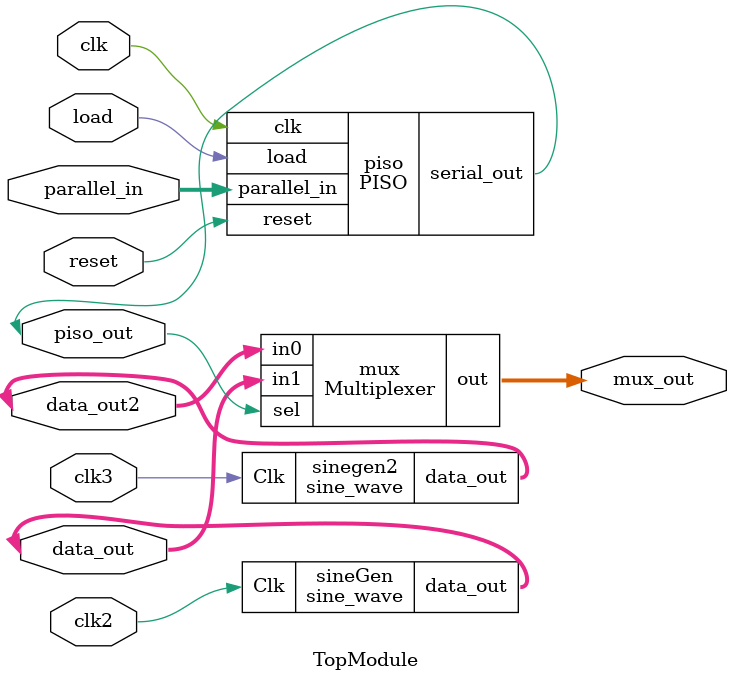
<source format=v>
`timescale 1ns/1ps
module sine_wave(Clk,data_out);
//declare input and output
    input Clk;
    output [7:0] data_out;
//declare the sine ROM - 30 registers each 8 bit wide.  
    reg [7:0] sine [0:29];
//Internal signals  
    integer i;  
    reg [7:0] data_out; 
//Initialize the sine rom with samples. 
    initial begin
        i = 0;
        sine[0] = 0;
        sine[1] = 16;
        sine[2] = 31;
        sine[3] = 45;
        sine[4] = 58;
        sine[5] = 67;
        sine[6] = 74;
        sine[7] = 77;
        sine[8] = 77;
        sine[9] = 74;
        sine[10] = 67;
        sine[11] = 58;
        sine[12] = 45;
        sine[13] = 31;
        sine[14] = 16;
        sine[15] = 0;
        sine[16] = -16;
        sine[17] = -31;
        sine[18] = -45;
        sine[19] = -58;
        sine[20] = -67;
        sine[21] = -74;
        sine[22] = -77;
        sine[23] = -77;
        sine[24] = -74;
        sine[25] = -67;
        sine[26] = -58;
        sine[27] = -45;
        sine[28] = -31;
        sine[29] = -16;
    end
    
    //At every positive edge of the clock, output a sine wave sample.
    always@ (posedge Clk)
    begin
        data_out = sine[i];
        i = i+ 1;
        if(i == 30)
            i = 0;
    end

endmodule

module Multiplexer(
    input [7:0] in0,  // First input (Grounded, 0)
    input [7:0] in1,  // Second input (Sine wave)
    input sel,        // Selection signal (Enable from PISO)
    output reg [7:0] out
);
    always @(*) begin
        if (sel)
            out = in1;  // Select sine wave
        else
            out = in0;  // Select ground (0)
    end
endmodule
module PISO (
    input clk,               // Clock signal
    input reset,             // Reset signal
    input load,              // Load enable
    input [7:0] parallel_in, // 8-bit parallel data input
    output reg serial_out    // Serial data output
);
    reg [7:0] shift_reg; // Internal shift register

    always @(posedge clk or posedge reset) begin
        if (reset) begin
            // Reset the shift register
            shift_reg <= 8'b0;
            serial_out <= 1'b0;
        end else if (load) begin
            // Load parallel data into the shift register
            shift_reg <= parallel_in;
        end else begin
            // Shift data to the right
            serial_out <= shift_reg[0];
            shift_reg <= shift_reg >> 1;
        end
    end
endmodule


// Top Module Connecting All Components
module TopModule(
    input clk,
    input clk2, 
    input clk3,          // Global clock
    input reset,            // Reset signal for PISO
    input [7:0] parallel_in, // Parallel input to PISO
    input load,             // Load enable signal for PISO
    output [7:0] mux_out,
    inout piso_out,
    inout [7:0] data_out,
    inout [7:0] data_out2
);
     // Sine wave output from the sine wave generator
              // Serial output from PISO

    // Instantiate the sine wave generator
    sine_wave sineGen (
        .Clk(clk2),
        .data_out(data_out)
    );
    sine_wave sinegen2 (
        .Clk(clk3),
        .data_out(data_out2));

    // Instantiate the PISO module
    PISO piso (
        .clk(clk),
        .reset(reset),
        .load(load),
        .parallel_in(parallel_in),
        .serial_out(piso_out)
    );

    // Instantiate the multiplexer
    Multiplexer mux (
        .in0(data_out2),         // Grounded input
        .in1(data_out),    // Sine wave input
        .sel(piso_out),     // Enable signal from PISO
        .out(mux_out)
    );
endmodule

</source>
